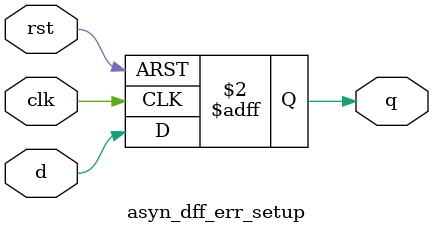
<source format=v>
module asyn_dff_err_setup (
  clk,
  rst,
  d,
  q
);

  input    clk;
  input    rst;
  input    d;
  output   q;

  reg      q;

  always @( posedge clk or posedge rst ) begin
    if ( rst ) begin
      q <= 1'b0;
    end
    else begin
      q <= d;
    end
  end

endmodule


</source>
